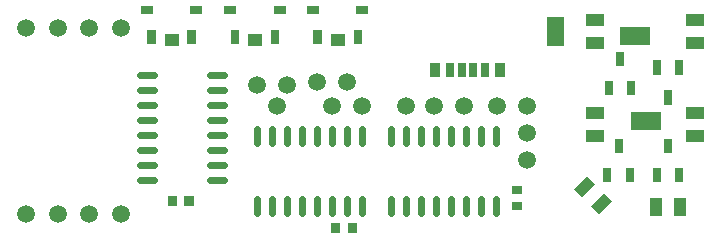
<source format=gtp>
G04 Layer: TopPasteMaskLayer*
G04 EasyEDA v6.4.24, 2021-09-25T18:25:05+02:00*
G04 d15503250396465d85bfe37af418053a,f5a38c858c354eb5b90fd3f81420cce3,10*
G04 Gerber Generator version 0.2*
G04 Scale: 100 percent, Rotated: No, Reflected: No *
G04 Dimensions in millimeters *
G04 leading zeros omitted , absolute positions ,4 integer and 5 decimal *
%FSLAX45Y45*%
%MOMM*%

%ADD15C,0.6000*%
%ADD17C,1.5000*%
%ADD20R,0.9000X0.8000*%
%ADD21R,0.7000X1.2500*%
%ADD22R,1.5500X1.0000*%
%ADD23R,1.0000X1.5500*%
%ADD24R,0.7000X1.2000*%
%ADD25R,1.1000X0.7000*%
%ADD26R,1.3000X1.0000*%
%ADD27R,0.9000X1.2000*%
%ADD28R,0.8000X1.2000*%
%ADD29R,2.5000X1.5000*%

%LPD*%
D15*
X2319980Y-1485900D02*
G01*
X2439979Y-1485900D01*
X2319980Y-1358900D02*
G01*
X2439979Y-1358900D01*
X2319980Y-1231900D02*
G01*
X2439979Y-1231900D01*
X2319980Y-1104900D02*
G01*
X2439979Y-1104900D01*
X2319980Y-977900D02*
G01*
X2439979Y-977900D01*
X2319980Y-850900D02*
G01*
X2439979Y-850900D01*
X2319980Y-723900D02*
G01*
X2439979Y-723900D01*
X2319980Y-596900D02*
G01*
X2439979Y-596900D01*
X1725620Y-1485900D02*
G01*
X1845619Y-1485900D01*
X1725620Y-1358900D02*
G01*
X1845619Y-1358900D01*
X1725620Y-1231900D02*
G01*
X1845619Y-1231900D01*
X1725620Y-1104900D02*
G01*
X1845619Y-1104900D01*
X1725620Y-977900D02*
G01*
X1845619Y-977900D01*
X1725620Y-850900D02*
G01*
X1845619Y-850900D01*
X1725620Y-723900D02*
G01*
X1845619Y-723900D01*
X1725620Y-596900D02*
G01*
X1845619Y-596900D01*
X2717800Y-1646880D02*
G01*
X2717800Y-1766879D01*
X2844800Y-1646880D02*
G01*
X2844800Y-1766879D01*
X2971800Y-1646880D02*
G01*
X2971800Y-1766879D01*
X3098800Y-1646880D02*
G01*
X3098800Y-1766879D01*
X3225800Y-1646880D02*
G01*
X3225800Y-1766879D01*
X3352800Y-1646880D02*
G01*
X3352800Y-1766879D01*
X3479800Y-1646880D02*
G01*
X3479800Y-1766879D01*
X3606800Y-1646880D02*
G01*
X3606800Y-1766879D01*
X2717800Y-1052520D02*
G01*
X2717800Y-1172519D01*
X2844800Y-1052520D02*
G01*
X2844800Y-1172519D01*
X2971800Y-1052520D02*
G01*
X2971800Y-1172519D01*
X3098800Y-1052520D02*
G01*
X3098800Y-1172519D01*
X3225800Y-1052520D02*
G01*
X3225800Y-1172519D01*
X3352800Y-1052520D02*
G01*
X3352800Y-1172519D01*
X3479800Y-1052520D02*
G01*
X3479800Y-1172519D01*
X3606800Y-1052520D02*
G01*
X3606800Y-1172519D01*
X3848100Y-1646880D02*
G01*
X3848100Y-1766879D01*
X3975100Y-1646880D02*
G01*
X3975100Y-1766879D01*
X4102100Y-1646880D02*
G01*
X4102100Y-1766879D01*
X4229100Y-1646880D02*
G01*
X4229100Y-1766879D01*
X4356100Y-1646880D02*
G01*
X4356100Y-1766879D01*
X4483100Y-1646880D02*
G01*
X4483100Y-1766879D01*
X4610100Y-1646880D02*
G01*
X4610100Y-1766879D01*
X4737100Y-1646880D02*
G01*
X4737100Y-1766879D01*
X3848100Y-1052520D02*
G01*
X3848100Y-1172519D01*
X3975100Y-1052520D02*
G01*
X3975100Y-1172519D01*
X4102100Y-1052520D02*
G01*
X4102100Y-1172519D01*
X4229100Y-1052520D02*
G01*
X4229100Y-1172519D01*
X4356100Y-1052520D02*
G01*
X4356100Y-1172519D01*
X4483100Y-1052520D02*
G01*
X4483100Y-1172519D01*
X4610100Y-1052520D02*
G01*
X4610100Y-1172519D01*
X4737100Y-1052520D02*
G01*
X4737100Y-1172519D01*
D17*
G01*
X1028700Y-203200D03*
G01*
X1295400Y-203200D03*
G01*
X762000Y-203200D03*
G01*
X762000Y-1775002D03*
G01*
X1028700Y-1775002D03*
G01*
X1295400Y-1775002D03*
G01*
X1562100Y-1775002D03*
G01*
X1562100Y-203200D03*
G01*
X2717800Y-685800D03*
G01*
X2882900Y-863600D03*
G01*
X2971800Y-685800D03*
G01*
X3225800Y-660400D03*
G01*
X3352800Y-863600D03*
G01*
X3479800Y-660400D03*
G01*
X3606800Y-863600D03*
G01*
X5003800Y-1320800D03*
G01*
X5003800Y-1092200D03*
G01*
X5003800Y-863600D03*
G01*
X4749800Y-863600D03*
G01*
X4470400Y-863600D03*
G01*
X4216400Y-863600D03*
G01*
X3975100Y-863600D03*
G36*
X5170098Y-103598D02*
G01*
X5320098Y-103598D01*
X5320098Y-353601D01*
X5170098Y-353601D01*
G37*
G36*
X1960100Y-1618698D02*
G01*
X2040100Y-1618698D01*
X2040100Y-1708701D01*
X1960100Y-1708701D01*
G37*
G36*
X2100099Y-1618698D02*
G01*
X2180099Y-1618698D01*
X2180099Y-1708701D01*
X2100099Y-1708701D01*
G37*
G36*
X3344400Y-1847298D02*
G01*
X3424400Y-1847298D01*
X3424400Y-1937301D01*
X3344400Y-1937301D01*
G37*
G36*
X3484399Y-1847298D02*
G01*
X3564399Y-1847298D01*
X3564399Y-1937301D01*
X3484399Y-1937301D01*
G37*
D20*
G01*
X4914900Y-1568297D03*
G01*
X4914900Y-1708302D03*
D21*
G01*
X5791200Y-459231D03*
G01*
X5886195Y-709168D03*
G01*
X5696204Y-709168D03*
G01*
X5778500Y-1195831D03*
G01*
X5873495Y-1445768D03*
G01*
X5683504Y-1445768D03*
D22*
G01*
X5575300Y-1115999D03*
G01*
X5575300Y-916000D03*
G01*
X5575300Y-328599D03*
G01*
X5575300Y-128600D03*
G36*
X5472442Y-1632346D02*
G01*
X5401734Y-1561635D01*
X5511335Y-1452034D01*
X5582046Y-1522742D01*
G37*
G36*
X5613864Y-1773765D02*
G01*
X5543153Y-1703057D01*
X5652757Y-1593453D01*
X5723465Y-1664164D01*
G37*
D23*
G01*
X6097600Y-1714500D03*
G01*
X6297599Y-1714500D03*
D22*
G01*
X6426200Y-328599D03*
G01*
X6426200Y-128600D03*
G01*
X6426200Y-1115999D03*
G01*
X6426200Y-916000D03*
G36*
X6162598Y-722868D02*
G01*
X6232601Y-722868D01*
X6232601Y-847867D01*
X6162598Y-847867D01*
G37*
G36*
X6067602Y-472932D02*
G01*
X6137605Y-472932D01*
X6137605Y-597931D01*
X6067602Y-597931D01*
G37*
G36*
X6257594Y-472932D02*
G01*
X6327597Y-472932D01*
X6327597Y-597931D01*
X6257594Y-597931D01*
G37*
D21*
G01*
X6197600Y-1195831D03*
G01*
X6292595Y-1445768D03*
G01*
X6102604Y-1445768D03*
G36*
X1788899Y-212501D02*
G01*
X1858901Y-212501D01*
X1858901Y-332501D01*
X1788899Y-332501D01*
G37*
G36*
X2128898Y-212501D02*
G01*
X2198900Y-212501D01*
X2198900Y-332501D01*
X2128898Y-332501D01*
G37*
D25*
G01*
X2203907Y-47497D03*
G01*
X1783892Y-47497D03*
D26*
G01*
X1993900Y-302488D03*
G36*
X2494998Y-212501D02*
G01*
X2565001Y-212501D01*
X2565001Y-332501D01*
X2494998Y-332501D01*
G37*
G36*
X2834998Y-212501D02*
G01*
X2905000Y-212501D01*
X2905000Y-332501D01*
X2834998Y-332501D01*
G37*
D25*
G01*
X2910001Y-47497D03*
G01*
X2490012Y-47497D03*
D26*
G01*
X2699994Y-302488D03*
G36*
X3194999Y-212501D02*
G01*
X3265002Y-212501D01*
X3265002Y-332501D01*
X3194999Y-332501D01*
G37*
G36*
X3534999Y-212501D02*
G01*
X3605001Y-212501D01*
X3605001Y-332501D01*
X3534999Y-332501D01*
G37*
D25*
G01*
X3610000Y-47497D03*
G01*
X3190011Y-47497D03*
D26*
G01*
X3399993Y-302488D03*
D27*
G01*
X4774996Y-554989D03*
D28*
G01*
X4652009Y-554989D03*
D24*
G01*
X4550003Y-554989D03*
G01*
X4450003Y-554989D03*
D28*
G01*
X4347997Y-554989D03*
D27*
G01*
X4225010Y-554989D03*
D29*
G01*
X5918200Y-266700D03*
G01*
X6007100Y-990600D03*
M02*

</source>
